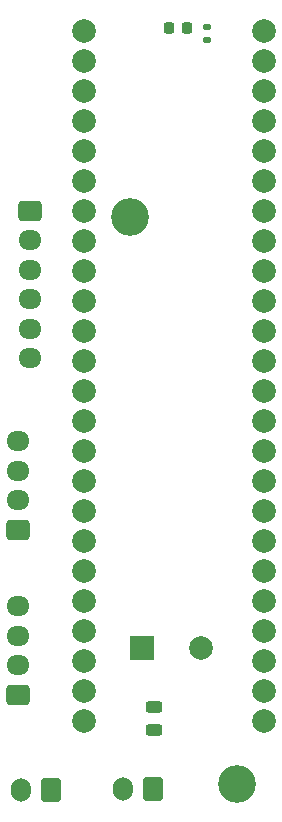
<source format=gbr>
%TF.GenerationSoftware,KiCad,Pcbnew,9.0.4*%
%TF.CreationDate,2025-10-31T11:16:09-04:00*%
%TF.ProjectId,Ethan PCB,45746861-6e20-4504-9342-2e6b69636164,rev?*%
%TF.SameCoordinates,Original*%
%TF.FileFunction,Soldermask,Top*%
%TF.FilePolarity,Negative*%
%FSLAX46Y46*%
G04 Gerber Fmt 4.6, Leading zero omitted, Abs format (unit mm)*
G04 Created by KiCad (PCBNEW 9.0.4) date 2025-10-31 11:16:09*
%MOMM*%
%LPD*%
G01*
G04 APERTURE LIST*
G04 Aperture macros list*
%AMRoundRect*
0 Rectangle with rounded corners*
0 $1 Rounding radius*
0 $2 $3 $4 $5 $6 $7 $8 $9 X,Y pos of 4 corners*
0 Add a 4 corners polygon primitive as box body*
4,1,4,$2,$3,$4,$5,$6,$7,$8,$9,$2,$3,0*
0 Add four circle primitives for the rounded corners*
1,1,$1+$1,$2,$3*
1,1,$1+$1,$4,$5*
1,1,$1+$1,$6,$7*
1,1,$1+$1,$8,$9*
0 Add four rect primitives between the rounded corners*
20,1,$1+$1,$2,$3,$4,$5,0*
20,1,$1+$1,$4,$5,$6,$7,0*
20,1,$1+$1,$6,$7,$8,$9,0*
20,1,$1+$1,$8,$9,$2,$3,0*%
G04 Aperture macros list end*
%ADD10RoundRect,0.250000X0.600000X0.750000X-0.600000X0.750000X-0.600000X-0.750000X0.600000X-0.750000X0*%
%ADD11O,1.700000X2.000000*%
%ADD12C,2.000000*%
%ADD13RoundRect,0.250000X-0.725000X0.600000X-0.725000X-0.600000X0.725000X-0.600000X0.725000X0.600000X0*%
%ADD14O,1.950000X1.700000*%
%ADD15C,3.200000*%
%ADD16RoundRect,0.243750X-0.456250X0.243750X-0.456250X-0.243750X0.456250X-0.243750X0.456250X0.243750X0*%
%ADD17RoundRect,0.250000X0.725000X-0.600000X0.725000X0.600000X-0.725000X0.600000X-0.725000X-0.600000X0*%
%ADD18RoundRect,0.135000X0.185000X-0.135000X0.185000X0.135000X-0.185000X0.135000X-0.185000X-0.135000X0*%
%ADD19RoundRect,0.225000X-0.225000X-0.250000X0.225000X-0.250000X0.225000X0.250000X-0.225000X0.250000X0*%
%ADD20R,2.000000X2.000000*%
G04 APERTURE END LIST*
D10*
%TO.C,J2*%
X94900000Y-101500000D03*
D11*
X92400000Y-101500000D03*
%TD*%
D12*
%TO.C,Teensy4.1*%
X104305000Y-72855000D03*
X104305000Y-39835000D03*
X89065000Y-37295000D03*
X104305000Y-75395000D03*
X104305000Y-77935000D03*
X104305000Y-80475000D03*
X104305000Y-83015000D03*
X104305000Y-85555000D03*
X104305000Y-88095000D03*
X104305000Y-90635000D03*
X104305000Y-93175000D03*
X104305000Y-95715000D03*
X89065000Y-95715000D03*
X89065000Y-93175000D03*
X89065000Y-90635000D03*
X89065000Y-88095000D03*
X89065000Y-85555000D03*
X89065000Y-83015000D03*
X89065000Y-80475000D03*
X89065000Y-77935000D03*
X89065000Y-75395000D03*
X104305000Y-44915000D03*
X104305000Y-47455000D03*
X104305000Y-49995000D03*
X104305000Y-52535000D03*
X104305000Y-55075000D03*
X104305000Y-57615000D03*
X104305000Y-60155000D03*
X104305000Y-62695000D03*
X104305000Y-65235000D03*
X104305000Y-67775000D03*
X104305000Y-70315000D03*
X89065000Y-70315000D03*
X89065000Y-67775000D03*
X89065000Y-65235000D03*
X89065000Y-62695000D03*
X89065000Y-60155000D03*
X89065000Y-57615000D03*
X89065000Y-55075000D03*
X104305000Y-37295000D03*
X89065000Y-52535000D03*
X89065000Y-49995000D03*
X104305000Y-42375000D03*
X89065000Y-72855000D03*
X89065000Y-47455000D03*
X89065000Y-44915000D03*
X89065000Y-42375000D03*
X89065000Y-39835000D03*
%TD*%
D13*
%TO.C,J5*%
X84500000Y-52500000D03*
D14*
X84500000Y-55000000D03*
X84500000Y-57500000D03*
X84500000Y-60000000D03*
X84500000Y-62500000D03*
X84500000Y-65000000D03*
%TD*%
D15*
%TO.C,H2*%
X102000000Y-101000000D03*
%TD*%
%TO.C,H1*%
X93000000Y-53000000D03*
%TD*%
D10*
%TO.C,J4*%
X86250000Y-101525000D03*
D11*
X83750000Y-101525000D03*
%TD*%
D16*
%TO.C,D1*%
X95000000Y-94562500D03*
X95000000Y-96437500D03*
%TD*%
D17*
%TO.C,J3*%
X83500000Y-93500000D03*
D14*
X83500000Y-91000000D03*
X83500000Y-88500000D03*
X83500000Y-86000000D03*
%TD*%
D18*
%TO.C,R3*%
X99500000Y-38010000D03*
X99500000Y-36990000D03*
%TD*%
D19*
%TO.C,C1*%
X96225000Y-37000000D03*
X97775000Y-37000000D03*
%TD*%
D17*
%TO.C,J1*%
X83500000Y-79500000D03*
D14*
X83500000Y-77000000D03*
X83500000Y-74500000D03*
X83500000Y-72000000D03*
%TD*%
D20*
%TO.C,BZ1*%
X94000000Y-89500000D03*
D12*
X99000000Y-89500000D03*
%TD*%
M02*

</source>
